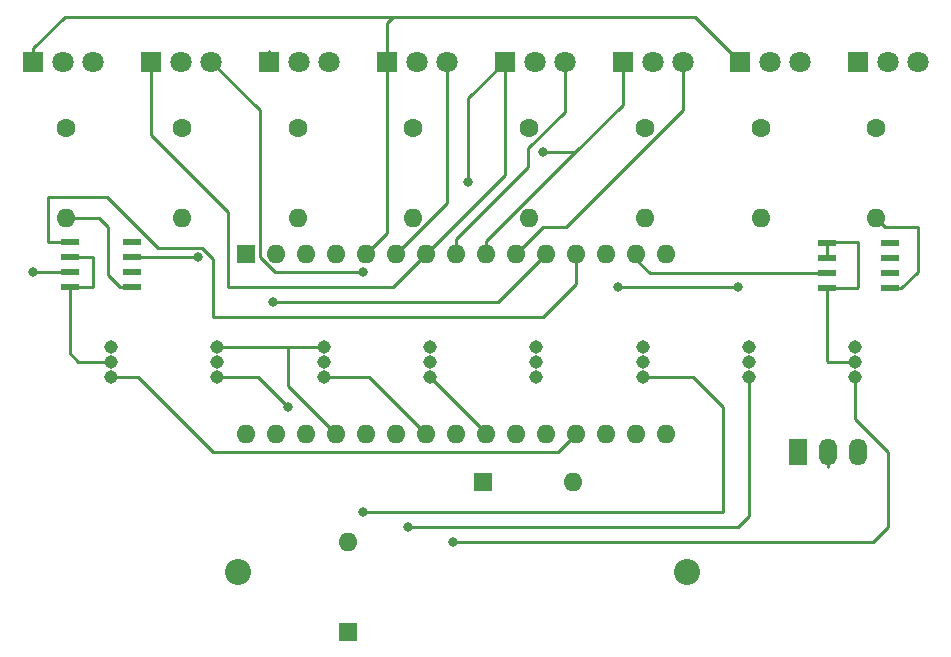
<source format=gbl>
G04 #@! TF.GenerationSoftware,KiCad,Pcbnew,(5.1.10)-1*
G04 #@! TF.CreationDate,2021-10-21T10:26:48-07:00*
G04 #@! TF.ProjectId,1spareparts,31737061-7265-4706-9172-74732e6b6963,rev?*
G04 #@! TF.SameCoordinates,Original*
G04 #@! TF.FileFunction,Copper,L2,Bot*
G04 #@! TF.FilePolarity,Positive*
%FSLAX46Y46*%
G04 Gerber Fmt 4.6, Leading zero omitted, Abs format (unit mm)*
G04 Created by KiCad (PCBNEW (5.1.10)-1) date 2021-10-21 10:26:48*
%MOMM*%
%LPD*%
G01*
G04 APERTURE LIST*
G04 #@! TA.AperFunction,SMDPad,CuDef*
%ADD10R,1.524000X0.558800*%
G04 #@! TD*
G04 #@! TA.AperFunction,ComponentPad*
%ADD11C,2.205000*%
G04 #@! TD*
G04 #@! TA.AperFunction,ComponentPad*
%ADD12R,1.600000X1.600000*%
G04 #@! TD*
G04 #@! TA.AperFunction,ComponentPad*
%ADD13O,1.600000X1.600000*%
G04 #@! TD*
G04 #@! TA.AperFunction,ComponentPad*
%ADD14O,1.500000X2.300000*%
G04 #@! TD*
G04 #@! TA.AperFunction,ComponentPad*
%ADD15R,1.500000X2.300000*%
G04 #@! TD*
G04 #@! TA.AperFunction,ComponentPad*
%ADD16R,1.800000X1.800000*%
G04 #@! TD*
G04 #@! TA.AperFunction,ComponentPad*
%ADD17C,1.800000*%
G04 #@! TD*
G04 #@! TA.AperFunction,ComponentPad*
%ADD18C,1.143000*%
G04 #@! TD*
G04 #@! TA.AperFunction,ComponentPad*
%ADD19C,1.600000*%
G04 #@! TD*
G04 #@! TA.AperFunction,ViaPad*
%ADD20C,0.800000*%
G04 #@! TD*
G04 #@! TA.AperFunction,Conductor*
%ADD21C,0.250000*%
G04 #@! TD*
G04 APERTURE END LIST*
D10*
X111044796Y-87630000D03*
X111044796Y-86360000D03*
X111044796Y-85090000D03*
X111044796Y-83820000D03*
X116332000Y-83820000D03*
X116332000Y-85090000D03*
X116332000Y-86360000D03*
X116332000Y-87630000D03*
D11*
X163257000Y-111760000D03*
X125287000Y-111760000D03*
D12*
X125984000Y-84836000D03*
D13*
X159004000Y-100076000D03*
X128524000Y-84836000D03*
X156464000Y-100076000D03*
X131064000Y-84836000D03*
X153924000Y-100076000D03*
X133604000Y-84836000D03*
X151384000Y-100076000D03*
X136144000Y-84836000D03*
X148844000Y-100076000D03*
X138684000Y-84836000D03*
X146304000Y-100076000D03*
X141224000Y-84836000D03*
X143764000Y-100076000D03*
X143764000Y-84836000D03*
X141224000Y-100076000D03*
X146304000Y-84836000D03*
X138684000Y-100076000D03*
X148844000Y-84836000D03*
X136144000Y-100076000D03*
X151384000Y-84836000D03*
X133604000Y-100076000D03*
X153924000Y-84836000D03*
X131064000Y-100076000D03*
X156464000Y-84836000D03*
X128524000Y-100076000D03*
X159004000Y-84836000D03*
X125984000Y-100076000D03*
X161544000Y-84836000D03*
X161544000Y-100076000D03*
D14*
X177800000Y-101600000D03*
X175260000Y-101600000D03*
D15*
X172720000Y-101600000D03*
D16*
X177800000Y-68580000D03*
D17*
X180340000Y-68580000D03*
X182880000Y-68580000D03*
D16*
X107950000Y-68580000D03*
D17*
X110490000Y-68580000D03*
X113030000Y-68580000D03*
X123008571Y-68580000D03*
X120468571Y-68580000D03*
D16*
X117928571Y-68580000D03*
X127907142Y-68580000D03*
D17*
X130447142Y-68580000D03*
X132987142Y-68580000D03*
X142965713Y-68580000D03*
X140425713Y-68580000D03*
D16*
X137885713Y-68580000D03*
X147864284Y-68580000D03*
D17*
X150404284Y-68580000D03*
X152944284Y-68580000D03*
X162922855Y-68580000D03*
X160382855Y-68580000D03*
D16*
X157842855Y-68580000D03*
D17*
X172901426Y-68580000D03*
X170361426Y-68580000D03*
D16*
X167821426Y-68580000D03*
D10*
X180443602Y-87757000D03*
X180443602Y-86487000D03*
X180443602Y-85217000D03*
X180443602Y-83947000D03*
X175156398Y-83947000D03*
X175156398Y-85217000D03*
X175156398Y-86487000D03*
X175156398Y-87757000D03*
D12*
X134620000Y-116840000D03*
D13*
X134620000Y-109220000D03*
X153670000Y-104140000D03*
D12*
X146050000Y-104140000D03*
D18*
X159530000Y-92710000D03*
X159530000Y-93980000D03*
X159530000Y-95250000D03*
X168530000Y-95250000D03*
X168530000Y-93980000D03*
X168530000Y-92710000D03*
X132530000Y-92710000D03*
X132530000Y-93980000D03*
X132530000Y-95250000D03*
X177530000Y-95250000D03*
X177530000Y-93980000D03*
X177530000Y-92710000D03*
X141530000Y-92710000D03*
X141530000Y-93980000D03*
X141530000Y-95250000D03*
X123530000Y-95250000D03*
X123530000Y-93980000D03*
X123530000Y-92710000D03*
X150530000Y-92710000D03*
X150530000Y-93980000D03*
X150530000Y-95250000D03*
X114530000Y-95250000D03*
X114530000Y-93980000D03*
X114530000Y-92710000D03*
D13*
X110744000Y-81788000D03*
D19*
X110744000Y-74168000D03*
X120541142Y-74168000D03*
D13*
X120541142Y-81788000D03*
X130338284Y-81788000D03*
D19*
X130338284Y-74168000D03*
X140135426Y-74168000D03*
D13*
X140135426Y-81788000D03*
X149932568Y-81788000D03*
D19*
X149932568Y-74168000D03*
X159729710Y-74168000D03*
D13*
X159729710Y-81788000D03*
X169526852Y-81788000D03*
D19*
X169526852Y-74168000D03*
X179324000Y-74168000D03*
D13*
X179324000Y-81788000D03*
D20*
X129540000Y-97790000D03*
X144780000Y-78740000D03*
X143510000Y-109220000D03*
X167640000Y-87630000D03*
X157480000Y-87630000D03*
X135890000Y-86360000D03*
X151130000Y-76200000D03*
X139700000Y-107950000D03*
X135890000Y-106680000D03*
X107950000Y-86360000D03*
X128270000Y-88900000D03*
X121920000Y-85090000D03*
D21*
X111760000Y-87630000D02*
X111044796Y-87630000D01*
X175260000Y-102870000D02*
X175260000Y-101600000D01*
X175156398Y-83947000D02*
X175156398Y-85217000D01*
X175156398Y-87757000D02*
X177673000Y-87757000D01*
X177673000Y-87757000D02*
X177800000Y-87630000D01*
X177800000Y-87630000D02*
X177800000Y-83820000D01*
X175283398Y-83820000D02*
X175156398Y-83947000D01*
X177800000Y-83820000D02*
X175283398Y-83820000D01*
X175156398Y-87757000D02*
X175156398Y-93876398D01*
X175260000Y-93980000D02*
X177530000Y-93980000D01*
X175156398Y-93876398D02*
X175260000Y-93980000D01*
X111044796Y-87630000D02*
X111044796Y-93264796D01*
X111760000Y-93980000D02*
X114530000Y-93980000D01*
X111044796Y-93264796D02*
X111760000Y-93980000D01*
X111044796Y-87630000D02*
X113030000Y-87630000D01*
X113030000Y-87630000D02*
X113030000Y-85090000D01*
X113030000Y-85090000D02*
X111760000Y-85090000D01*
X111760000Y-85090000D02*
X111044796Y-85090000D01*
X133604000Y-100076000D02*
X129540000Y-96012000D01*
X129540000Y-96012000D02*
X129540000Y-92710000D01*
X129540000Y-92710000D02*
X132530000Y-92710000D01*
X123530000Y-92710000D02*
X129540000Y-92710000D01*
X114530000Y-95250000D02*
X116840000Y-95250000D01*
X116840000Y-95250000D02*
X123190000Y-101600000D01*
X152400000Y-101600000D02*
X153924000Y-100076000D01*
X123190000Y-101600000D02*
X152400000Y-101600000D01*
X107950000Y-67430000D02*
X110610000Y-64770000D01*
X107950000Y-68580000D02*
X107950000Y-67430000D01*
X164011426Y-64770000D02*
X167821426Y-68580000D01*
X137885713Y-65314287D02*
X138430000Y-64770000D01*
X137885713Y-68580000D02*
X137885713Y-65314287D01*
X138430000Y-64770000D02*
X164011426Y-64770000D01*
X110610000Y-64770000D02*
X138430000Y-64770000D01*
X137885713Y-83094287D02*
X136144000Y-84836000D01*
X137885713Y-68580000D02*
X137885713Y-83094287D01*
X123530000Y-95250000D02*
X127000000Y-95250000D01*
X127000000Y-95250000D02*
X129540000Y-97790000D01*
X142965713Y-80554287D02*
X138684000Y-84836000D01*
X142965713Y-68580000D02*
X142965713Y-80554287D01*
X146304000Y-100024000D02*
X146304000Y-100076000D01*
X141530000Y-95250000D02*
X146304000Y-100024000D01*
X138430000Y-87630000D02*
X141224000Y-84836000D01*
X117928571Y-68580000D02*
X117928571Y-74748571D01*
X117928571Y-74748571D02*
X124460000Y-81280000D01*
X124460000Y-81280000D02*
X124460000Y-87630000D01*
X124460000Y-87630000D02*
X127000000Y-87630000D01*
X127000000Y-87630000D02*
X138430000Y-87630000D01*
X126592998Y-87630000D02*
X127000000Y-87630000D01*
X147864284Y-78195716D02*
X141224000Y-84836000D01*
X147864284Y-68580000D02*
X147864284Y-78195716D01*
X144780000Y-71664284D02*
X147864284Y-68580000D01*
X144780000Y-78740000D02*
X144780000Y-71664284D01*
X177530000Y-95250000D02*
X177530000Y-98790000D01*
X177530000Y-98790000D02*
X180340000Y-101600000D01*
X180340000Y-101600000D02*
X180340000Y-107950000D01*
X180340000Y-107950000D02*
X179070000Y-109220000D01*
X179070000Y-109220000D02*
X143510000Y-109220000D01*
X167640000Y-87630000D02*
X157480000Y-87630000D01*
X157480000Y-87630000D02*
X157480000Y-87630000D01*
X127109001Y-85086003D02*
X128382998Y-86360000D01*
X127109001Y-72680430D02*
X127109001Y-85086003D01*
X123008571Y-68580000D02*
X127109001Y-72680430D01*
X128382998Y-86360000D02*
X129540000Y-86360000D01*
X129540000Y-86360000D02*
X134620000Y-86360000D01*
X134620000Y-86360000D02*
X135890000Y-86360000D01*
X135890000Y-86360000D02*
X135890000Y-86360000D01*
X152944284Y-72821286D02*
X149860000Y-75905570D01*
X152944284Y-68580000D02*
X152944284Y-72821286D01*
X149860000Y-75905570D02*
X149860000Y-77470000D01*
X143764000Y-83566000D02*
X143764000Y-84836000D01*
X149860000Y-77470000D02*
X143764000Y-83566000D01*
X136398000Y-95250000D02*
X141224000Y-100076000D01*
X132530000Y-95250000D02*
X136398000Y-95250000D01*
X127907142Y-68580000D02*
X127907142Y-67672858D01*
X146304000Y-83751566D02*
X146304000Y-84836000D01*
X157842855Y-68580000D02*
X157842855Y-72212711D01*
X153670000Y-76200000D02*
X153762783Y-76292783D01*
X151130000Y-76200000D02*
X153670000Y-76200000D01*
X153762783Y-76292783D02*
X146304000Y-83751566D01*
X157842855Y-72212711D02*
X153762783Y-76292783D01*
X168530000Y-95250000D02*
X168530000Y-107060000D01*
X168530000Y-107060000D02*
X167640000Y-107950000D01*
X167640000Y-107950000D02*
X139700000Y-107950000D01*
X151130000Y-82550000D02*
X148844000Y-84836000D01*
X153012712Y-82550000D02*
X151130000Y-82550000D01*
X162922855Y-72639857D02*
X153012712Y-82550000D01*
X162922855Y-68580000D02*
X162922855Y-72639857D01*
X135890000Y-100330000D02*
X136144000Y-100076000D01*
X159530000Y-95250000D02*
X163830000Y-95250000D01*
X163830000Y-95250000D02*
X166370000Y-97790000D01*
X166370000Y-97790000D02*
X166370000Y-104292802D01*
X166370000Y-104292802D02*
X166370000Y-106680000D01*
X166370000Y-106680000D02*
X135890000Y-106680000D01*
X111044796Y-86360000D02*
X110032796Y-86360000D01*
X110032796Y-86360000D02*
X107950000Y-86360000D01*
X147320000Y-88900000D02*
X151384000Y-84836000D01*
X128270000Y-88900000D02*
X147320000Y-88900000D01*
X153924000Y-87376000D02*
X153924000Y-84836000D01*
X123190000Y-90170000D02*
X151130000Y-90170000D01*
X123190000Y-85286998D02*
X123190000Y-90170000D01*
X151130000Y-90170000D02*
X153924000Y-87376000D01*
X111044796Y-83820000D02*
X109220000Y-83820000D01*
X109220000Y-83820000D02*
X109220000Y-80010000D01*
X122268001Y-84364999D02*
X123190000Y-85286998D01*
X118503401Y-84364999D02*
X122268001Y-84364999D01*
X114148402Y-80010000D02*
X118503401Y-84364999D01*
X109220000Y-80010000D02*
X114148402Y-80010000D01*
X175156398Y-86487000D02*
X160147000Y-86487000D01*
X159004000Y-85344000D02*
X159004000Y-84836000D01*
X160147000Y-86487000D02*
X159004000Y-85344000D01*
X116688402Y-85090000D02*
X116332000Y-85090000D01*
X116332000Y-85090000D02*
X121920000Y-85090000D01*
X115320000Y-87630000D02*
X114300000Y-86610000D01*
X116332000Y-87630000D02*
X115320000Y-87630000D01*
X114300000Y-86610000D02*
X114300000Y-82550000D01*
X113538000Y-81788000D02*
X110744000Y-81788000D01*
X114300000Y-82550000D02*
X113538000Y-81788000D01*
X180570602Y-87630000D02*
X180443602Y-87757000D01*
X181455602Y-87757000D02*
X182880000Y-86332602D01*
X180443602Y-87757000D02*
X181455602Y-87757000D01*
X182880000Y-86332602D02*
X182880000Y-82550000D01*
X180086000Y-82550000D02*
X179324000Y-81788000D01*
X182880000Y-82550000D02*
X180086000Y-82550000D01*
M02*

</source>
